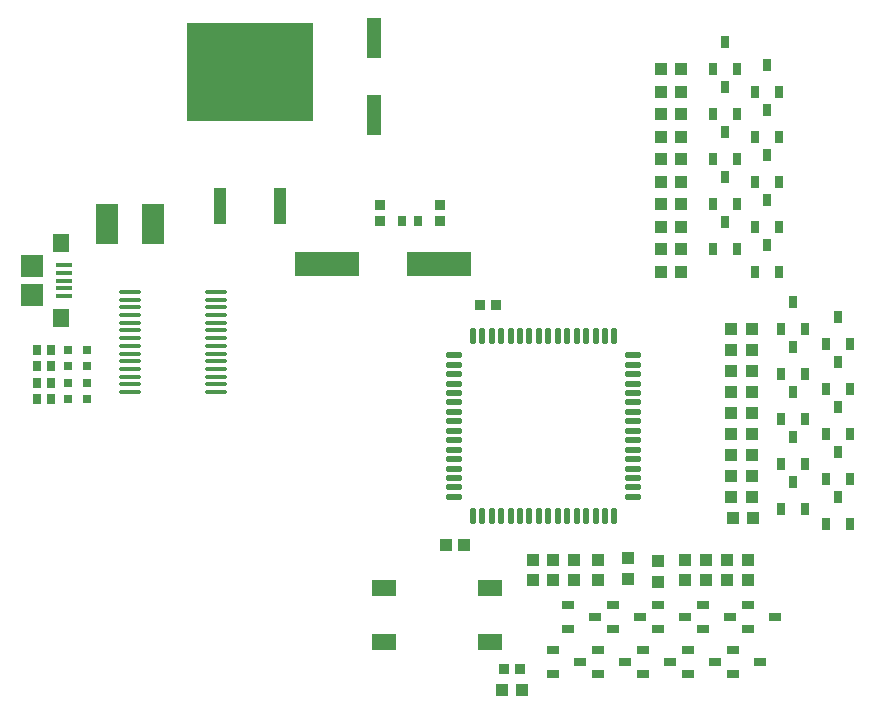
<source format=gtp>
G04 Layer_Color=7318015*
%FSLAX24Y24*%
%MOIN*%
G70*
G01*
G75*
%ADD10R,0.0750X0.1340*%
%ADD11R,0.0748X0.0748*%
%ADD12R,0.0551X0.0630*%
%ADD13R,0.0532X0.0157*%
%ADD14R,0.0413X0.0394*%
%ADD15R,0.0276X0.0335*%
%ADD16R,0.0440X0.0400*%
%ADD17R,0.0335X0.0354*%
%ADD18R,0.0354X0.0335*%
%ADD19R,0.0315X0.0315*%
%ADD20R,0.0472X0.1378*%
%ADD21R,0.4197X0.3299*%
%ADD22R,0.0400X0.1201*%
%ADD23R,0.0400X0.0440*%
%ADD24R,0.0315X0.0400*%
%ADD25R,0.0400X0.0315*%
%ADD26O,0.0217X0.0571*%
%ADD27O,0.0571X0.0217*%
%ADD28R,0.2165X0.0787*%
%ADD29R,0.0787X0.0551*%
%ADD30O,0.0787X0.0138*%
D10*
X13132Y41600D02*
D03*
X14670D02*
D03*
D11*
X10648Y39228D02*
D03*
Y40172D02*
D03*
D12*
X11613Y38440D02*
D03*
Y40960D02*
D03*
D13*
X11702Y40212D02*
D03*
Y39188D02*
D03*
Y39444D02*
D03*
Y39956D02*
D03*
Y39700D02*
D03*
D14*
X25045Y30900D02*
D03*
X24455D02*
D03*
D15*
X11276Y36850D02*
D03*
X10824D02*
D03*
X22974Y41700D02*
D03*
X23526D02*
D03*
X10824Y35750D02*
D03*
X11276D02*
D03*
X10824Y36300D02*
D03*
X11276D02*
D03*
Y37400D02*
D03*
X10824D02*
D03*
D16*
X26987Y26050D02*
D03*
X26313D02*
D03*
X34010Y31800D02*
D03*
X34685D02*
D03*
X33960Y32500D02*
D03*
X34635D02*
D03*
X33960Y33200D02*
D03*
X34635D02*
D03*
X33960Y33900D02*
D03*
X34635D02*
D03*
X33960Y34600D02*
D03*
X34635D02*
D03*
X33960Y35300D02*
D03*
X34635D02*
D03*
X33960Y36000D02*
D03*
X34635D02*
D03*
X33960Y36700D02*
D03*
X34635D02*
D03*
X33960Y37400D02*
D03*
X34635D02*
D03*
X33960Y38100D02*
D03*
X34635D02*
D03*
X31610Y40000D02*
D03*
X32285D02*
D03*
X31610Y40750D02*
D03*
X32285D02*
D03*
X31610Y41500D02*
D03*
X32285D02*
D03*
X31610Y42250D02*
D03*
X32285D02*
D03*
X31610Y43000D02*
D03*
X32285D02*
D03*
X31610Y43750D02*
D03*
X32285D02*
D03*
X31610Y44500D02*
D03*
X32285D02*
D03*
X31610Y45250D02*
D03*
X32285D02*
D03*
X31610Y46750D02*
D03*
X32285D02*
D03*
X31610Y46000D02*
D03*
X32285D02*
D03*
D17*
X26394Y26750D02*
D03*
X26906D02*
D03*
X26106Y38900D02*
D03*
X25594D02*
D03*
D18*
X24250Y41694D02*
D03*
Y42206D02*
D03*
X22250Y41694D02*
D03*
Y42206D02*
D03*
D19*
X12465Y37400D02*
D03*
X11835D02*
D03*
X12465Y36850D02*
D03*
X11835D02*
D03*
X11835Y35750D02*
D03*
X12465D02*
D03*
X11835Y36300D02*
D03*
X12465D02*
D03*
D20*
X22050Y47799D02*
D03*
Y45201D02*
D03*
D21*
X17900Y46651D02*
D03*
D22*
X18900Y42200D02*
D03*
X16900D02*
D03*
D23*
X31500Y30340D02*
D03*
Y29665D02*
D03*
X27350Y30390D02*
D03*
Y29715D02*
D03*
X32400Y30390D02*
D03*
Y29715D02*
D03*
X28000Y30390D02*
D03*
Y29715D02*
D03*
X33100Y30390D02*
D03*
Y29715D02*
D03*
X28700Y30390D02*
D03*
Y29715D02*
D03*
X33800Y30390D02*
D03*
Y29715D02*
D03*
X29500Y30390D02*
D03*
Y29715D02*
D03*
X34500Y30390D02*
D03*
Y29715D02*
D03*
X30500Y30440D02*
D03*
Y29765D02*
D03*
D24*
X33750Y44650D02*
D03*
X34150Y43750D02*
D03*
X33350D02*
D03*
X35150Y40900D02*
D03*
X35550Y40000D02*
D03*
X34750D02*
D03*
X36000Y36000D02*
D03*
X36400Y35100D02*
D03*
X35600D02*
D03*
X37500Y32500D02*
D03*
X37900Y31600D02*
D03*
X37100D02*
D03*
X35150Y45400D02*
D03*
X35550Y44500D02*
D03*
X34750D02*
D03*
X33750Y41650D02*
D03*
X34150Y40750D02*
D03*
X33350D02*
D03*
X37500Y37000D02*
D03*
X37900Y36100D02*
D03*
X37100D02*
D03*
X36000Y33000D02*
D03*
X36400Y32100D02*
D03*
X35600D02*
D03*
X33750Y46150D02*
D03*
X34150Y45250D02*
D03*
X33350D02*
D03*
X35150Y42400D02*
D03*
X35550Y41500D02*
D03*
X34750D02*
D03*
X36000Y37500D02*
D03*
X36400Y36600D02*
D03*
X35600D02*
D03*
X37500Y34000D02*
D03*
X37900Y33100D02*
D03*
X37100D02*
D03*
X35150Y46900D02*
D03*
X35550Y46000D02*
D03*
X34750D02*
D03*
X33750Y43150D02*
D03*
X34150Y42250D02*
D03*
X33350D02*
D03*
X37500Y38500D02*
D03*
X37900Y37600D02*
D03*
X37100D02*
D03*
X36000Y34500D02*
D03*
X36400Y33600D02*
D03*
X35600D02*
D03*
X33750Y47650D02*
D03*
X34150Y46750D02*
D03*
X33350D02*
D03*
X35150Y43900D02*
D03*
X35550Y43000D02*
D03*
X34750D02*
D03*
X36000Y39000D02*
D03*
X36400Y38100D02*
D03*
X35600D02*
D03*
X37500Y35500D02*
D03*
X37900Y34600D02*
D03*
X37100D02*
D03*
D25*
X32400Y28500D02*
D03*
X31500Y28100D02*
D03*
Y28900D02*
D03*
X28900Y27000D02*
D03*
X28000Y26600D02*
D03*
Y27400D02*
D03*
X33400Y27000D02*
D03*
X32500Y26600D02*
D03*
Y27400D02*
D03*
X29400Y28500D02*
D03*
X28500Y28100D02*
D03*
Y28900D02*
D03*
X33900Y28500D02*
D03*
X33000Y28100D02*
D03*
Y28900D02*
D03*
X30400Y27000D02*
D03*
X29500Y26600D02*
D03*
Y27400D02*
D03*
X34900Y27000D02*
D03*
X34000Y26600D02*
D03*
Y27400D02*
D03*
X30900Y28500D02*
D03*
X30000Y28100D02*
D03*
Y28900D02*
D03*
X35400Y28500D02*
D03*
X34500Y28100D02*
D03*
Y28900D02*
D03*
X31900Y27000D02*
D03*
X31000Y26600D02*
D03*
Y27400D02*
D03*
D26*
X25338Y37842D02*
D03*
X25653D02*
D03*
X25968D02*
D03*
X26283D02*
D03*
X26598D02*
D03*
X26913D02*
D03*
X27228D02*
D03*
X27543D02*
D03*
X27857D02*
D03*
X28172D02*
D03*
X28487D02*
D03*
X28802D02*
D03*
X29117D02*
D03*
X29432D02*
D03*
X29747D02*
D03*
X30062D02*
D03*
Y31858D02*
D03*
X29747D02*
D03*
X29432D02*
D03*
X29117D02*
D03*
X28802D02*
D03*
X28487D02*
D03*
X28172D02*
D03*
X27857D02*
D03*
X27543D02*
D03*
X27228D02*
D03*
X26913D02*
D03*
X26598D02*
D03*
X26283D02*
D03*
X25968D02*
D03*
X25653D02*
D03*
X25338D02*
D03*
D27*
X30692Y37212D02*
D03*
Y36897D02*
D03*
Y36582D02*
D03*
Y36267D02*
D03*
Y35952D02*
D03*
Y35637D02*
D03*
Y35322D02*
D03*
Y35007D02*
D03*
Y34693D02*
D03*
Y34378D02*
D03*
Y34063D02*
D03*
Y33748D02*
D03*
Y33433D02*
D03*
Y33118D02*
D03*
Y32803D02*
D03*
Y32488D02*
D03*
X24708D02*
D03*
Y32803D02*
D03*
Y33118D02*
D03*
Y33433D02*
D03*
Y33748D02*
D03*
Y34063D02*
D03*
Y34378D02*
D03*
Y34693D02*
D03*
Y35007D02*
D03*
Y35322D02*
D03*
Y35637D02*
D03*
Y35952D02*
D03*
Y36267D02*
D03*
Y36582D02*
D03*
Y36897D02*
D03*
Y37212D02*
D03*
D28*
X20480Y40250D02*
D03*
X24220D02*
D03*
D29*
X22378Y29436D02*
D03*
X25922D02*
D03*
X22378Y27664D02*
D03*
X25922D02*
D03*
D30*
X16787Y35987D02*
D03*
Y36243D02*
D03*
Y36498D02*
D03*
Y36754D02*
D03*
Y37010D02*
D03*
Y37266D02*
D03*
Y37522D02*
D03*
Y37778D02*
D03*
Y38034D02*
D03*
Y38290D02*
D03*
Y38546D02*
D03*
Y38802D02*
D03*
Y39057D02*
D03*
Y39313D02*
D03*
X13913D02*
D03*
Y39057D02*
D03*
Y38802D02*
D03*
Y38546D02*
D03*
Y38290D02*
D03*
Y38034D02*
D03*
Y37778D02*
D03*
Y37522D02*
D03*
Y37266D02*
D03*
Y37010D02*
D03*
Y36754D02*
D03*
Y36498D02*
D03*
Y36243D02*
D03*
Y35987D02*
D03*
M02*

</source>
